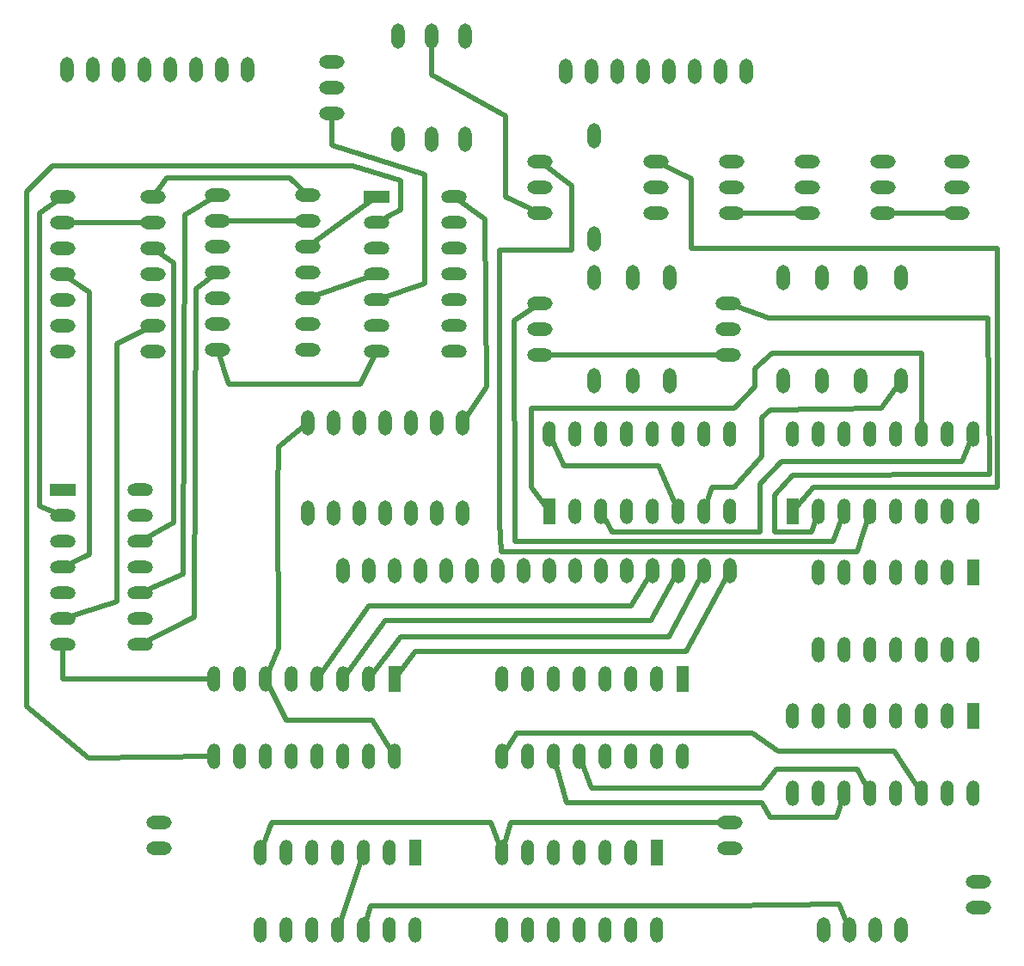
<source format=gbr>
G04 --- HEADER BEGIN --- *
G04 #@! TF.GenerationSoftware,LibrePCB,LibrePCB,1.0.0*
G04 #@! TF.CreationDate,2024-03-25T10:59:42*
G04 #@! TF.ProjectId,coco2 ps2 marriage,d66203e6-877b-4e41-8959-41fb69d6a211,v1*
G04 #@! TF.Part,Single*
G04 #@! TF.SameCoordinates*
G04 #@! TF.FileFunction,Copper,L1,Top*
G04 #@! TF.FilePolarity,Positive*
%FSLAX66Y66*%
%MOMM*%
G01*
G75*
G04 --- HEADER END --- *
G04 --- APERTURE LIST BEGIN --- *
G04 #@! TA.AperFunction,ComponentPad*
%ADD10O,1.27X2.54*%
%ADD11R,1.27X2.54*%
%ADD12O,1.3X2.5*%
%ADD13O,2.5X1.3*%
%ADD14O,2.54X1.27*%
%ADD15R,2.54X1.27*%
G04 #@! TA.AperFunction,Conductor*
%ADD16C,0.5*%
G04 #@! TD*
G04 --- APERTURE LIST END --- *
G04 --- BOARD BEGIN --- *
D10*
G04 #@! TO.N,N14*
G04 #@! TO.C,U4*
G04 #@! TO.P,U4,6,QG*
X55086250Y25241250D03*
G04 #@! TO.N,N81*
G04 #@! TO.P,U4,16,VCC*
X67786250Y17621250D03*
G04 #@! TO.P,U4,10,SRCLR*
X52546250Y17621250D03*
D11*
G04 #@! TO.N,N49*
G04 #@! TO.P,U4,1,QB*
X67786250Y25241250D03*
D10*
G04 #@! TO.N,N50*
G04 #@! TO.P,U4,7,QH*
X52546250Y25241250D03*
G04 #@! TO.N,N41*
G04 #@! TO.P,U4,3,QD*
X62706250Y25241250D03*
G04 #@! TO.N,N46*
G04 #@! TO.P,U4,2,QC*
X65246250Y25241250D03*
G04 #@! TO.N,N2*
G04 #@! TO.P,U4,14,Data*
X62706250Y17621250D03*
G04 #@! TO.N,N77*
G04 #@! TO.P,U4,8,GND*
X50006250Y25241250D03*
G04 #@! TO.N,N53*
G04 #@! TO.P,U4,13,OE*
X60166250Y17621250D03*
G04 #@! TO.N,N/C*
G04 #@! TO.P,U4,15,QA*
X65246250Y17621250D03*
G04 #@! TO.N,N48*
G04 #@! TO.P,U4,5,QF*
X57626250Y25241250D03*
G04 #@! TO.N,N47*
G04 #@! TO.P,U4,12,RCLK*
X57626250Y17621250D03*
G04 #@! TO.N,N89*
G04 #@! TO.P,U4,4,QE*
X60166250Y25241250D03*
G04 #@! TO.N,N29*
G04 #@! TO.P,U4,11,SRCLK*
X55086250Y17621250D03*
G04 #@! TO.N,N33*
G04 #@! TO.P,U4,9,QHs*
X50006250Y17621250D03*
D12*
G04 #@! TO.N,N71*
G04 #@! TO.C,J3*
G04 #@! TO.P,J3,6,6*
X68897500Y85090000D03*
G04 #@! TO.N,N32*
G04 #@! TO.P,J3,7,7*
X71437500Y85090000D03*
G04 #@! TO.N,N36*
G04 #@! TO.P,J3,3,3*
X61277500Y85090000D03*
G04 #@! TO.N,N76*
G04 #@! TO.P,J3,8,8*
X73977500Y85090000D03*
G04 #@! TO.N,N4*
G04 #@! TO.P,J3,5,5*
X66357500Y85090000D03*
G04 #@! TO.N,N52*
G04 #@! TO.P,J3,1,1*
X56197500Y85090000D03*
G04 #@! TO.N,N55*
G04 #@! TO.P,J3,2,2*
X58737500Y85090000D03*
G04 #@! TO.N,N58*
G04 #@! TO.P,J3,4,4*
X63817500Y85090000D03*
D10*
G04 #@! TO.N,N81*
G04 #@! TO.C,U6*
G04 #@! TO.P,U6,10,2PRE_N*
X31273750Y476250D03*
G04 #@! TO.N,N28*
G04 #@! TO.P,U6,2,1D*
X38893750Y8096250D03*
G04 #@! TO.N,N21*
G04 #@! TO.P,U6,11,2CLK*
X33813750Y476250D03*
G04 #@! TO.N,N81*
G04 #@! TO.P,U6,13,2RST_N*
X38893750Y476250D03*
G04 #@! TO.N,N/C*
G04 #@! TO.P,U6,6,1Q_N*
X28733750Y8096250D03*
G04 #@! TO.N,N60*
G04 #@! TO.P,U6,12,2D*
X36353750Y476250D03*
G04 #@! TO.N,N77*
G04 #@! TO.P,U6,7,GND*
X26193750Y8096250D03*
G04 #@! TO.N,N28*
G04 #@! TO.P,U6,9,2Q*
X28733750Y476250D03*
G04 #@! TO.N,N81*
G04 #@! TO.P,U6,14,VCC*
X41433750Y476250D03*
D11*
G04 #@! TO.P,U6,1,1RST_N*
X41433750Y8096250D03*
D10*
G04 #@! TO.N,N2*
G04 #@! TO.P,U6,5,1Q*
X31273750Y8096250D03*
G04 #@! TO.N,N21*
G04 #@! TO.P,U6,3,1CLK*
X36353750Y8096250D03*
G04 #@! TO.N,N81*
G04 #@! TO.P,U6,4,1PRE_N*
X33813750Y8096250D03*
G04 #@! TO.N,N/C*
G04 #@! TO.P,U6,8,2Q_N*
X26193750Y476250D03*
D13*
G04 #@! TO.N,N3*
G04 #@! TO.C,U10*
G04 #@! TO.P,U10,9,4B*
X30797500Y60166250D03*
G04 #@! TO.N,N34*
G04 #@! TO.P,U10,2,1B*
X21907500Y70326250D03*
G04 #@! TO.N,N57*
G04 #@! TO.P,U10,10,4A*
X30797500Y62706250D03*
G04 #@! TO.N,N85*
G04 #@! TO.P,U10,12,3B*
X30797500Y67786250D03*
G04 #@! TO.N,N1*
G04 #@! TO.P,U10,1,1A*
X21907500Y72866250D03*
G04 #@! TO.N,N25*
G04 #@! TO.P,U10,11,3Y*
X30797500Y65246250D03*
G04 #@! TO.N,N30*
G04 #@! TO.P,U10,6,2Y*
X21907500Y60166250D03*
G04 #@! TO.N,N25*
G04 #@! TO.P,U10,8,4Y*
X30797500Y57626250D03*
G04 #@! TO.N,N81*
G04 #@! TO.P,U10,14,VCC*
X30797500Y72866250D03*
G04 #@! TO.N,N34*
G04 #@! TO.P,U10,13,3A*
X30797500Y70326250D03*
G04 #@! TO.N,N77*
G04 #@! TO.P,U10,7,GND*
X21907500Y57626250D03*
G04 #@! TO.N,N26*
G04 #@! TO.P,U10,3,1Y*
X21907500Y67786250D03*
G04 #@! TO.N,N34*
G04 #@! TO.P,U10,5,2B*
X21907500Y62706250D03*
G04 #@! TO.N,N59*
G04 #@! TO.P,U10,4,2A*
X21907500Y65246250D03*
G04 #@! TO.N,N63*
G04 #@! TO.C,Q4*
G04 #@! TO.P,Q4,3,3*
X33178750Y86042500D03*
G04 #@! TO.N,N76*
G04 #@! TO.P,Q4,1,1*
X33178750Y80962500D03*
G04 #@! TO.N,N82*
G04 #@! TO.P,Q4,2,2*
X33178750Y83502500D03*
D12*
G04 #@! TO.N,N65*
G04 #@! TO.C,R6*
G04 #@! TO.P,R6,2,2*
X77628750Y54610000D03*
G04 #@! TO.N,N70*
G04 #@! TO.P,R6,1,1*
X77628750Y64770000D03*
D10*
G04 #@! TO.N,N/C*
G04 #@! TO.C,U7*
G04 #@! TO.P,U7,6,W*
X91281250Y41751250D03*
G04 #@! TO.N,N81*
G04 #@! TO.P,U7,16,VCC*
X78581250Y49371250D03*
G04 #@! TO.N,N17*
G04 #@! TO.P,U7,10,B*
X93821250Y49371250D03*
D11*
G04 #@! TO.N,N58*
G04 #@! TO.P,U7,1,D3*
X78581250Y41751250D03*
D10*
G04 #@! TO.N,N77*
G04 #@! TO.P,U7,7,S_(Strobe)*
X93821250Y41751250D03*
G04 #@! TO.N,N55*
G04 #@! TO.P,U7,3,D1*
X83661250Y41751250D03*
G04 #@! TO.N,N36*
G04 #@! TO.P,U7,2,D2*
X81121250Y41751250D03*
G04 #@! TO.N,N71*
G04 #@! TO.P,U7,14,D5*
X83661250Y49371250D03*
G04 #@! TO.N,N77*
G04 #@! TO.P,U7,8,GND*
X96361250Y41751250D03*
G04 #@! TO.N,N32*
G04 #@! TO.P,U7,13,D6*
X86201250Y49371250D03*
G04 #@! TO.N,N4*
G04 #@! TO.P,U7,15,D4*
X81121250Y49371250D03*
G04 #@! TO.N,N62*
G04 #@! TO.P,U7,5,Y*
X88741250Y41751250D03*
G04 #@! TO.N,N76*
G04 #@! TO.P,U7,12,D7*
X88741250Y49371250D03*
G04 #@! TO.N,N52*
G04 #@! TO.P,U7,4,D0*
X86201250Y41751250D03*
G04 #@! TO.N,N83*
G04 #@! TO.P,U7,11,A*
X91281250Y49371250D03*
G04 #@! TO.N,N73*
G04 #@! TO.P,U7,9,C*
X96361250Y49371250D03*
D13*
G04 #@! TO.N,N27*
G04 #@! TO.C,U12*
G04 #@! TO.P,U12,9,4B*
X15557500Y60007500D03*
G04 #@! TO.N,N34*
G04 #@! TO.P,U12,2,1B*
X6667500Y70167500D03*
G04 #@! TO.P,U12,10,4A*
X15557500Y62547500D03*
G04 #@! TO.N,N5*
G04 #@! TO.P,U12,12,3B*
X15557500Y67627500D03*
G04 #@! TO.N,N24*
G04 #@! TO.P,U12,1,1A*
X6667500Y72707500D03*
G04 #@! TO.N,N54*
G04 #@! TO.P,U12,11,3Y*
X15557500Y65087500D03*
G04 #@! TO.N,N42*
G04 #@! TO.P,U12,6,2Y*
X6667500Y60007500D03*
G04 #@! TO.N,N23*
G04 #@! TO.P,U12,8,4Y*
X15557500Y57467500D03*
G04 #@! TO.N,N81*
G04 #@! TO.P,U12,14,VCC*
X15557500Y72707500D03*
G04 #@! TO.N,N34*
G04 #@! TO.P,U12,13,3A*
X15557500Y70167500D03*
G04 #@! TO.N,N77*
G04 #@! TO.P,U12,7,GND*
X6667500Y57467500D03*
G04 #@! TO.N,N86*
G04 #@! TO.P,U12,3,1Y*
X6667500Y67627500D03*
G04 #@! TO.N,N34*
G04 #@! TO.P,U12,5,2B*
X6667500Y62547500D03*
G04 #@! TO.N,N9*
G04 #@! TO.P,U12,4,2A*
X6667500Y65087500D03*
G04 #@! TO.N,N81*
G04 #@! TO.C,J1*
G04 #@! TO.P,J1,2,2*
X16192500Y8572500D03*
G04 #@! TO.N,N77*
G04 #@! TO.P,J1,1,1*
X16192500Y11112500D03*
D12*
G04 #@! TO.C,J4*
G04 #@! TO.P,J4,4,4*
X81597500Y476250D03*
G04 #@! TO.N,N8*
G04 #@! TO.P,J4,2,2*
X86677500Y476250D03*
G04 #@! TO.N,N60*
G04 #@! TO.P,J4,3,3*
X84137500Y476250D03*
G04 #@! TO.N,N81*
G04 #@! TO.P,J4,1,1*
X89217500Y476250D03*
D13*
G04 #@! TO.N,N68*
G04 #@! TO.C,Q1*
G04 #@! TO.P,Q1,3,3*
X53657500Y71120000D03*
G04 #@! TO.N,N52*
G04 #@! TO.P,Q1,1,1*
X53657500Y76200000D03*
G04 #@! TO.N,N61*
G04 #@! TO.P,Q1,2,2*
X53657500Y73660000D03*
D12*
G04 #@! TO.N,N35*
G04 #@! TO.C,R2*
G04 #@! TO.P,R2,2,2*
X46355000Y78422500D03*
G04 #@! TO.N,N82*
G04 #@! TO.P,R2,1,1*
X46355000Y88582500D03*
D13*
G04 #@! TO.N,N68*
G04 #@! TO.C,Q6*
G04 #@! TO.P,Q6,3,3*
X65087500Y71120000D03*
G04 #@! TO.N,N58*
G04 #@! TO.P,Q6,1,1*
X65087500Y76200000D03*
G04 #@! TO.N,N74*
G04 #@! TO.P,Q6,2,2*
X65087500Y73660000D03*
D12*
G04 #@! TO.N,N80*
G04 #@! TO.C,R11*
G04 #@! TO.P,R11,2,2*
X59055000Y68580000D03*
G04 #@! TO.N,N61*
G04 #@! TO.P,R11,1,1*
X59055000Y78740000D03*
D14*
G04 #@! TO.N,N34*
G04 #@! TO.C,U8*
G04 #@! TO.P,U8,10,3Y*
X45243750Y62547500D03*
G04 #@! TO.N,N40*
G04 #@! TO.P,U8,2,1A*
X37623750Y70167500D03*
G04 #@! TO.N,N3*
G04 #@! TO.P,U8,11,4A*
X45243750Y65087500D03*
G04 #@! TO.N,N35*
G04 #@! TO.P,U8,13,4Y*
X45243750Y70167500D03*
G04 #@! TO.N,N76*
G04 #@! TO.P,U8,6,2B*
X37623750Y60007500D03*
G04 #@! TO.N,N3*
G04 #@! TO.P,U8,12,4B*
X45243750Y67627500D03*
G04 #@! TO.N,N77*
G04 #@! TO.P,U8,7,GND*
X37623750Y57467500D03*
G04 #@! TO.N,N62*
G04 #@! TO.P,U8,9,3B*
X45243750Y60007500D03*
G04 #@! TO.N,N81*
G04 #@! TO.P,U8,14,VCC*
X45243750Y72707500D03*
D15*
G04 #@! TO.N,N85*
G04 #@! TO.P,U8,1,1Y*
X37623750Y72707500D03*
D14*
G04 #@! TO.N,N76*
G04 #@! TO.P,U8,5,2A*
X37623750Y62547500D03*
G04 #@! TO.N,N40*
G04 #@! TO.P,U8,3,1B*
X37623750Y67627500D03*
G04 #@! TO.N,N57*
G04 #@! TO.P,U8,4,2Y*
X37623750Y65087500D03*
G04 #@! TO.N,N44*
G04 #@! TO.P,U8,8,3A*
X45243750Y57467500D03*
D10*
G04 #@! TO.N,N10*
G04 #@! TO.C,U5*
G04 #@! TO.P,U5,6,QG*
X83661250Y21590000D03*
G04 #@! TO.N,N81*
G04 #@! TO.P,U5,16,VCC*
X96361250Y13970000D03*
G04 #@! TO.P,U5,10,SRCLR*
X81121250Y13970000D03*
D11*
G04 #@! TO.N,N/C*
G04 #@! TO.P,U5,1,QB*
X96361250Y21590000D03*
D10*
G04 #@! TO.P,U5,7,QH*
X81121250Y21590000D03*
G04 #@! TO.N,N12*
G04 #@! TO.P,U5,3,QD*
X91281250Y21590000D03*
G04 #@! TO.N,N/C*
G04 #@! TO.P,U5,2,QC*
X93821250Y21590000D03*
G04 #@! TO.N,N33*
G04 #@! TO.P,U5,14,Data*
X91281250Y13970000D03*
G04 #@! TO.N,N77*
G04 #@! TO.P,U5,8,GND*
X78581250Y21590000D03*
G04 #@! TO.P,U5,13,OE*
X88741250Y13970000D03*
G04 #@! TO.N,N/C*
G04 #@! TO.P,U5,15,QA*
X93821250Y13970000D03*
G04 #@! TO.N,N13*
G04 #@! TO.P,U5,5,QF*
X86201250Y21590000D03*
G04 #@! TO.N,N47*
G04 #@! TO.P,U5,12,RCLK*
X86201250Y13970000D03*
G04 #@! TO.N,N11*
G04 #@! TO.P,U5,4,QE*
X88741250Y21590000D03*
G04 #@! TO.N,N29*
G04 #@! TO.P,U5,11,SRCLK*
X83661250Y13970000D03*
G04 #@! TO.N,N/C*
G04 #@! TO.P,U5,9,QHs*
X78581250Y13970000D03*
D13*
G04 #@! TO.N,N68*
G04 #@! TO.C,Q5*
G04 #@! TO.P,Q5,3,3*
X80010000Y71120000D03*
G04 #@! TO.N,N71*
G04 #@! TO.P,Q5,1,1*
X80010000Y76200000D03*
G04 #@! TO.N,N79*
G04 #@! TO.P,Q5,2,2*
X80010000Y73660000D03*
D12*
G04 #@! TO.N,N51*
G04 #@! TO.C,J6*
G04 #@! TO.P,J6,2,2*
X69850000Y35877500D03*
G04 #@! TO.N,N49*
G04 #@! TO.P,J6,9,9*
X52070000Y35877500D03*
G04 #@! TO.N,N18*
G04 #@! TO.P,J6,3,3*
X67310000Y35877500D03*
G04 #@! TO.N,N17*
G04 #@! TO.P,J6,6,6*
X59690000Y35877500D03*
G04 #@! TO.N,N48*
G04 #@! TO.P,J6,13,13*
X41910000Y35877500D03*
G04 #@! TO.N,N73*
G04 #@! TO.P,J6,7,7*
X57150000Y35877500D03*
G04 #@! TO.N,N44*
G04 #@! TO.P,J6,8,8*
X54610000Y35877500D03*
G04 #@! TO.N,N83*
G04 #@! TO.P,J6,5,5*
X62230000Y35877500D03*
G04 #@! TO.N,N41*
G04 #@! TO.P,J6,11,11*
X46990000Y35877500D03*
G04 #@! TO.N,N89*
G04 #@! TO.P,J6,12,12*
X44450000Y35877500D03*
G04 #@! TO.N,N14*
G04 #@! TO.P,J6,14,14*
X39370000Y35877500D03*
G04 #@! TO.N,N46*
G04 #@! TO.P,J6,10,10*
X49530000Y35877500D03*
G04 #@! TO.N,N31*
G04 #@! TO.P,J6,1,1*
X72390000Y35877500D03*
G04 #@! TO.N,N66*
G04 #@! TO.P,J6,4,4*
X64770000Y35877500D03*
G04 #@! TO.N,N50*
G04 #@! TO.P,J6,15,15*
X36830000Y35877500D03*
G04 #@! TO.N,N3*
G04 #@! TO.P,J6,16,16*
X34290000Y35877500D03*
D13*
G04 #@! TO.N,N68*
G04 #@! TO.C,Q2*
G04 #@! TO.P,Q2,3,3*
X87471250Y71120000D03*
G04 #@! TO.N,N32*
G04 #@! TO.P,Q2,1,1*
X87471250Y76200000D03*
G04 #@! TO.N,N37*
G04 #@! TO.P,Q2,2,2*
X87471250Y73660000D03*
D12*
G04 #@! TO.N,N78*
G04 #@! TO.C,R3*
G04 #@! TO.P,R3,2,2*
X89217500Y54610000D03*
G04 #@! TO.N,N22*
G04 #@! TO.P,R3,1,1*
X89217500Y64770000D03*
G04 #@! TO.N,N14*
G04 #@! TO.C,RA1*
G04 #@! TO.P,RA1,9,6Y*
X33337500Y41592500D03*
G04 #@! TO.N,N81*
G04 #@! TO.P,RA1,2,2X*
X43497500Y50482500D03*
G04 #@! TO.N,N48*
G04 #@! TO.P,RA1,10,5Y*
X35877500Y41592500D03*
G04 #@! TO.N,N41*
G04 #@! TO.P,RA1,12,3Y*
X40957500Y41592500D03*
G04 #@! TO.N,N81*
G04 #@! TO.P,RA1,1,1X*
X46037500Y50482500D03*
G04 #@! TO.N,N89*
G04 #@! TO.P,RA1,11,4Y*
X38417500Y41592500D03*
G04 #@! TO.N,N81*
G04 #@! TO.P,RA1,6,6X*
X33337500Y50482500D03*
G04 #@! TO.N,N50*
G04 #@! TO.P,RA1,8,7Y*
X30797500Y41592500D03*
G04 #@! TO.N,N49*
G04 #@! TO.P,RA1,14,1Y*
X46037500Y41592500D03*
G04 #@! TO.N,N46*
G04 #@! TO.P,RA1,13,2Y*
X43497500Y41592500D03*
G04 #@! TO.N,N81*
G04 #@! TO.P,RA1,7,7X*
X30797500Y50482500D03*
G04 #@! TO.P,RA1,3,3X*
X40957500Y50482500D03*
G04 #@! TO.P,RA1,5,5X*
X35877500Y50482500D03*
G04 #@! TO.P,RA1,4,4X*
X38417500Y50482500D03*
D13*
G04 #@! TO.N,N68*
G04 #@! TO.C,Q3*
G04 #@! TO.P,Q3,3,3*
X94773750Y71120000D03*
G04 #@! TO.N,N76*
G04 #@! TO.P,Q3,1,1*
X94773750Y76200000D03*
G04 #@! TO.N,N22*
G04 #@! TO.P,Q3,2,2*
X94773750Y73660000D03*
D12*
G04 #@! TO.N,N26*
G04 #@! TO.C,J5*
G04 #@! TO.P,J5,6,6*
X19843750Y85248750D03*
G04 #@! TO.N,N30*
G04 #@! TO.P,J5,7,7*
X22383750Y85248750D03*
G04 #@! TO.N,N/C*
G04 #@! TO.P,J5,3,3*
X12223750Y85248750D03*
G04 #@! TO.N,N25*
G04 #@! TO.P,J5,8,8*
X24923750Y85248750D03*
G04 #@! TO.N,N54*
G04 #@! TO.P,J5,5,5*
X17303750Y85248750D03*
G04 #@! TO.N,N86*
G04 #@! TO.P,J5,1,1*
X7143750Y85248750D03*
G04 #@! TO.N,N42*
G04 #@! TO.P,J5,2,2*
X9683750Y85248750D03*
G04 #@! TO.N,N23*
G04 #@! TO.P,J5,4,4*
X14763750Y85248750D03*
D13*
G04 #@! TO.N,N68*
G04 #@! TO.C,Q9*
G04 #@! TO.P,Q9,3,3*
X72548750Y71120000D03*
G04 #@! TO.N,N4*
G04 #@! TO.P,Q9,1,1*
X72548750Y76200000D03*
G04 #@! TO.N,N70*
G04 #@! TO.P,Q9,2,2*
X72548750Y73660000D03*
D12*
G04 #@! TO.N,N72*
G04 #@! TO.C,R5*
G04 #@! TO.P,R5,2,2*
X81438750Y54610000D03*
G04 #@! TO.N,N79*
G04 #@! TO.P,R5,1,1*
X81438750Y64770000D03*
G04 #@! TO.N,N81*
G04 #@! TO.C,R1*
G04 #@! TO.P,R1,2,2*
X39687500Y78422500D03*
G04 #@! TO.N,N63*
G04 #@! TO.P,R1,1,1*
X39687500Y88582500D03*
G04 #@! TO.N,N69*
G04 #@! TO.C,R9*
G04 #@! TO.P,R9,2,2*
X62865000Y54610000D03*
G04 #@! TO.N,N56*
G04 #@! TO.P,R9,1,1*
X62865000Y64770000D03*
D14*
G04 #@! TO.N,N1*
G04 #@! TO.C,U9*
G04 #@! TO.P,U9,10,5Y*
X14287500Y33655000D03*
G04 #@! TO.N,N24*
G04 #@! TO.P,U9,2,1Y*
X6667500Y41275000D03*
G04 #@! TO.N,N16*
G04 #@! TO.P,U9,11,5A*
X14287500Y36195000D03*
G04 #@! TO.N,N38*
G04 #@! TO.P,U9,13,6A*
X14287500Y41275000D03*
G04 #@! TO.N,N27*
G04 #@! TO.P,U9,6,3Y*
X6667500Y31115000D03*
G04 #@! TO.N,N5*
G04 #@! TO.P,U9,12,6Y*
X14287500Y38735000D03*
G04 #@! TO.N,N77*
G04 #@! TO.P,U9,7,GND*
X6667500Y28575000D03*
G04 #@! TO.N,N19*
G04 #@! TO.P,U9,9,4A*
X14287500Y31115000D03*
G04 #@! TO.N,N81*
G04 #@! TO.P,U9,14,VCC*
X14287500Y43815000D03*
D15*
G04 #@! TO.N,N15*
G04 #@! TO.P,U9,1,1A*
X6667500Y43815000D03*
D14*
G04 #@! TO.N,N43*
G04 #@! TO.P,U9,5,3A*
X6667500Y33655000D03*
G04 #@! TO.N,N6*
G04 #@! TO.P,U9,3,2A*
X6667500Y38735000D03*
G04 #@! TO.N,N9*
G04 #@! TO.P,U9,4,2Y*
X6667500Y36195000D03*
G04 #@! TO.N,N59*
G04 #@! TO.P,U9,8,4Y*
X14287500Y28575000D03*
D13*
G04 #@! TO.N,N68*
G04 #@! TO.C,Q8*
G04 #@! TO.P,Q8,3,3*
X53657500Y57150000D03*
G04 #@! TO.N,N55*
G04 #@! TO.P,Q8,1,1*
X53657500Y62230000D03*
G04 #@! TO.N,N39*
G04 #@! TO.P,Q8,2,2*
X53657500Y59690000D03*
G04 #@! TO.N,N81*
G04 #@! TO.C,J2*
G04 #@! TO.P,J2,2,2*
X96837500Y2698750D03*
G04 #@! TO.N,N77*
G04 #@! TO.P,J2,1,1*
X96837500Y5238750D03*
D12*
G04 #@! TO.N,N20*
G04 #@! TO.C,R4*
G04 #@! TO.P,R4,2,2*
X85248750Y54610000D03*
G04 #@! TO.N,N37*
G04 #@! TO.P,R4,1,1*
X85248750Y64770000D03*
G04 #@! TO.N,N67*
G04 #@! TO.C,R8*
G04 #@! TO.P,R8,2,2*
X66516250Y54610000D03*
G04 #@! TO.N,N74*
G04 #@! TO.P,R8,1,1*
X66516250Y64770000D03*
D10*
G04 #@! TO.N,N/C*
G04 #@! TO.C,U1*
G04 #@! TO.P,U1,10,5Y*
X55086250Y476250D03*
G04 #@! TO.N,N21*
G04 #@! TO.P,U1,2,1Y*
X62706250Y8096250D03*
G04 #@! TO.N,N77*
G04 #@! TO.P,U1,11,5A*
X57626250Y476250D03*
G04 #@! TO.N,N21*
G04 #@! TO.P,U1,13,6A*
X62706250Y476250D03*
G04 #@! TO.N,N29*
G04 #@! TO.P,U1,6,3Y*
X52546250Y8096250D03*
G04 #@! TO.N,N7*
G04 #@! TO.P,U1,12,6Y*
X60166250Y476250D03*
G04 #@! TO.N,N77*
G04 #@! TO.P,U1,7,GND*
X50006250Y8096250D03*
G04 #@! TO.P,U1,9,4A*
X52546250Y476250D03*
G04 #@! TO.N,N81*
G04 #@! TO.P,U1,14,VCC*
X65246250Y476250D03*
D11*
G04 #@! TO.N,N8*
G04 #@! TO.P,U1,1,1A*
X65246250Y8096250D03*
D10*
G04 #@! TO.N,N47*
G04 #@! TO.P,U1,5,3A*
X55086250Y8096250D03*
G04 #@! TO.N,N7*
G04 #@! TO.P,U1,3,2A*
X60166250Y8096250D03*
G04 #@! TO.N,N47*
G04 #@! TO.P,U1,4,2Y*
X57626250Y8096250D03*
G04 #@! TO.N,N/C*
G04 #@! TO.P,U1,8,4Y*
X50006250Y476250D03*
D12*
G04 #@! TO.N,N45*
G04 #@! TO.C,R10*
G04 #@! TO.P,R10,2,2*
X59055000Y54610000D03*
G04 #@! TO.N,N39*
G04 #@! TO.P,R10,1,1*
X59055000Y64770000D03*
G04 #@! TO.N,N81*
G04 #@! TO.C,R7*
G04 #@! TO.P,R7,2,2*
X43021250Y78422500D03*
G04 #@! TO.N,N68*
G04 #@! TO.P,R7,1,1*
X43021250Y88582500D03*
D10*
G04 #@! TO.N,N81*
G04 #@! TO.C,U3*
G04 #@! TO.P,U3,6,E3*
X26670000Y25241250D03*
G04 #@! TO.P,U3,16,VCC*
X39370000Y17621250D03*
G04 #@! TO.N,N19*
G04 #@! TO.P,U3,10,O5_N*
X24130000Y17621250D03*
D11*
G04 #@! TO.N,N31*
G04 #@! TO.P,U3,1,A*
X39370000Y25241250D03*
D10*
G04 #@! TO.N,N/C*
G04 #@! TO.P,U3,7,O7_N*
X24130000Y25241250D03*
G04 #@! TO.N,N18*
G04 #@! TO.P,U3,3,C*
X34290000Y25241250D03*
G04 #@! TO.N,N51*
G04 #@! TO.P,U3,2,B*
X36830000Y25241250D03*
G04 #@! TO.N,N6*
G04 #@! TO.P,U3,14,O1_N*
X34290000Y17621250D03*
G04 #@! TO.N,N77*
G04 #@! TO.P,U3,8,GND*
X21590000Y25241250D03*
G04 #@! TO.N,N43*
G04 #@! TO.P,U3,13,O2_N*
X31750000Y17621250D03*
G04 #@! TO.N,N15*
G04 #@! TO.P,U3,15,O0_N*
X36830000Y17621250D03*
G04 #@! TO.N,N66*
G04 #@! TO.P,U3,5,E2*
X29210000Y25241250D03*
G04 #@! TO.N,N38*
G04 #@! TO.P,U3,12,O3_N*
X29210000Y17621250D03*
G04 #@! TO.N,N66*
G04 #@! TO.P,U3,4,E1*
X31750000Y25241250D03*
G04 #@! TO.N,N16*
G04 #@! TO.P,U3,11,O4_N*
X26670000Y17621250D03*
G04 #@! TO.N,N40*
G04 #@! TO.P,U3,9,O6_N*
X21590000Y17621250D03*
D13*
G04 #@! TO.N,N68*
G04 #@! TO.C,Q7*
G04 #@! TO.P,Q7,3,3*
X72231250Y57150000D03*
G04 #@! TO.N,N36*
G04 #@! TO.P,Q7,1,1*
X72231250Y62230000D03*
G04 #@! TO.N,N56*
G04 #@! TO.P,Q7,2,2*
X72231250Y59690000D03*
G04 #@! TO.N,N81*
G04 #@! TO.C,J7*
G04 #@! TO.P,J7,2,2*
X72390000Y8572500D03*
G04 #@! TO.N,N77*
G04 #@! TO.P,J7,1,1*
X72390000Y11112500D03*
D10*
G04 #@! TO.N,N13*
G04 #@! TO.C,U11*
G04 #@! TO.P,U11,10,2B*
X86201250Y28098750D03*
G04 #@! TO.N,N77*
G04 #@! TO.P,U11,2,1B*
X93821250Y35718750D03*
G04 #@! TO.N,N/C*
G04 #@! TO.P,U11,11*
X88741250Y28098750D03*
G04 #@! TO.N,N12*
G04 #@! TO.P,U11,13,2D*
X93821250Y28098750D03*
G04 #@! TO.N,N/C*
G04 #@! TO.P,U11,6,1Y*
X83661250Y35718750D03*
G04 #@! TO.N,N11*
G04 #@! TO.P,U11,12,2C*
X91281250Y28098750D03*
G04 #@! TO.N,N77*
G04 #@! TO.P,U11,7,GND*
X81121250Y35718750D03*
G04 #@! TO.N,N10*
G04 #@! TO.P,U11,9,2A*
X83661250Y28098750D03*
G04 #@! TO.N,N81*
G04 #@! TO.P,U11,14,VCC*
X96361250Y28098750D03*
D11*
G04 #@! TO.N,N77*
G04 #@! TO.P,U11,1,1A*
X96361250Y35718750D03*
D10*
G04 #@! TO.P,U11,5,1D*
X86201250Y35718750D03*
G04 #@! TO.N,N/C*
G04 #@! TO.P,U11,3*
X91281250Y35718750D03*
G04 #@! TO.N,N77*
G04 #@! TO.P,U11,4,1C*
X88741250Y35718750D03*
G04 #@! TO.N,N53*
G04 #@! TO.P,U11,8,2Y*
X81121250Y28098750D03*
G04 #@! TO.N,N81*
G04 #@! TO.C,U2*
G04 #@! TO.P,U2,6,E3*
X67310000Y41751250D03*
G04 #@! TO.P,U2,16,VCC*
X54610000Y49371250D03*
G04 #@! TO.N,N72*
G04 #@! TO.P,U2,10,O5_N*
X69850000Y49371250D03*
D11*
G04 #@! TO.N,N83*
G04 #@! TO.P,U2,1,A*
X54610000Y41751250D03*
D10*
G04 #@! TO.N,N78*
G04 #@! TO.P,U2,7,O7_N*
X69850000Y41751250D03*
G04 #@! TO.N,N73*
G04 #@! TO.P,U2,3,C*
X59690000Y41751250D03*
G04 #@! TO.N,N17*
G04 #@! TO.P,U2,2,B*
X57150000Y41751250D03*
G04 #@! TO.N,N45*
G04 #@! TO.P,U2,14,O1_N*
X59690000Y49371250D03*
G04 #@! TO.N,N77*
G04 #@! TO.P,U2,8,GND*
X72390000Y41751250D03*
G04 #@! TO.N,N69*
G04 #@! TO.P,U2,13,O2_N*
X62230000Y49371250D03*
G04 #@! TO.N,N80*
G04 #@! TO.P,U2,15,O0_N*
X57150000Y49371250D03*
G04 #@! TO.N,N66*
G04 #@! TO.P,U2,5,E2*
X64770000Y41751250D03*
G04 #@! TO.N,N67*
G04 #@! TO.P,U2,12,O3_N*
X64770000Y49371250D03*
G04 #@! TO.N,N66*
G04 #@! TO.P,U2,4,E1*
X62230000Y41751250D03*
G04 #@! TO.N,N65*
G04 #@! TO.P,U2,11,O4_N*
X67310000Y49371250D03*
G04 #@! TO.N,N20*
G04 #@! TO.P,U2,9,O6_N*
X72390000Y49371250D03*
D16*
G04 #@! TD.C*
G04 #@! TD.P*
G04 #@! TO.N,N85*
X30797500Y67786250D02*
X37623750Y72707500D01*
G04 #@! TO.N,N34*
X15557500Y70167500D02*
X6667500Y70167500D01*
X22066250Y70326250D02*
X30797500Y70326250D01*
X22066250Y70326250D02*
X21907500Y70326250D01*
G04 #@! TO.N,N66*
X36830000Y32385000D02*
X62706250Y32385000D01*
X62706250Y32385000D02*
X64770000Y35877500D01*
X31750000Y25241250D02*
X36830000Y32385000D01*
G04 #@! TO.N,N83*
X72866257Y51912180D02*
X52863750Y51911250D01*
X72866257Y51912180D02*
X74883430Y53974712D01*
X52863750Y44132500D02*
X52863750Y51911250D01*
X54610000Y41751250D02*
X52863750Y44132500D01*
X91281250Y49371250D02*
X91281250Y49371250D01*
X91279850Y57299835D02*
X76517500Y57308750D01*
X91281250Y49371250D02*
X91281250Y49371250D01*
X91281250Y51593750D02*
X91281250Y49371250D01*
X74883430Y53974712D02*
X74872298Y55777254D01*
X91279850Y57299835D02*
X91281250Y51593750D01*
X74872298Y55777254D02*
X76517500Y57308750D01*
G04 #@! TO.N,N18*
X64611250Y30956250D02*
X67310000Y35877500D01*
X38417500Y30956250D02*
X64611250Y30956250D01*
X34290000Y25241250D02*
X38417500Y30956250D01*
G04 #@! TO.N,N29*
X76358750Y11588750D02*
X75565000Y13017500D01*
X83661250Y13970000D02*
X82867500Y11588750D01*
X56356250Y13017500D02*
X75565000Y13017500D01*
X55086250Y17621250D02*
X56356250Y13017500D01*
X82867500Y11588750D02*
X76358750Y11588750D01*
G04 #@! TO.N,N31*
X41433750Y27940000D02*
X68103750Y27940000D01*
X39370000Y25241250D02*
X41433750Y27940000D01*
X68103750Y27940000D02*
X72390000Y35877500D01*
G04 #@! TO.N,N78*
X75565000Y47148750D02*
X72866250Y44132500D01*
X72866250Y44132500D02*
X70643750Y44132500D01*
X76358750Y51752500D02*
X75565000Y50958750D01*
X87312500Y51911250D02*
X76358750Y51752500D01*
X69850000Y41751250D02*
X70643750Y44132500D01*
X89217500Y54610000D02*
X87312500Y51911250D01*
X75565000Y47148750D02*
X75565000Y50958750D01*
G04 #@! TO.N,N58*
X78581250Y41751250D02*
X80645000Y44132500D01*
X80645000Y44132500D02*
X98742500Y44132500D01*
X98742500Y67627500D02*
X98742500Y56038750D01*
X98742500Y56038750D02*
X98742500Y44132500D01*
X68580000Y74453750D02*
X68580000Y67627500D01*
X68580000Y67627500D02*
X98742500Y67627500D01*
X65087500Y76200000D02*
X68580000Y74453750D01*
G04 #@! TO.N,N81*
X27919094Y48100461D02*
X27880932Y43497843D01*
X39370000Y17621250D02*
X37147500Y21113750D01*
X48260000Y70485000D02*
X45243750Y72707500D01*
X28733750Y21113750D02*
X26670000Y25241250D01*
X29051250Y74612500D02*
X16986250Y74612500D01*
X27940000Y28257500D02*
X27880932Y43497843D01*
X46037500Y50482500D02*
X48418750Y53975000D01*
X37147500Y21113750D02*
X28733750Y21113750D01*
X48418750Y53975000D02*
X48260000Y70485000D01*
X56038750Y46196250D02*
X54610000Y49371250D01*
X27919094Y48100461D02*
X30797500Y50482500D01*
X16986250Y74612500D02*
X15557500Y72707500D01*
X45243750Y72707500D02*
X45243750Y72707500D01*
X65405000Y46196250D02*
X56038750Y46196250D01*
X26670000Y25241250D02*
X27940000Y28257500D01*
X30797500Y72866250D02*
X29051250Y74612500D01*
X67310000Y41751250D02*
X65405000Y46196250D01*
G04 #@! TO.N,N21*
X36353750Y8096250D02*
X33813750Y476250D01*
X36353750Y8096250D02*
X36353750Y8096250D01*
G04 #@! TO.N,N36*
X76835000Y43338750D02*
X76835000Y39687500D01*
X76200000Y60801250D02*
X97790000Y60801250D01*
X72231250Y62230000D02*
X76200000Y60801250D01*
X78581160Y45255685D02*
X97948750Y45402500D01*
X76835000Y39687500D02*
X80486250Y39687500D01*
X78581160Y45255685D02*
X76835000Y43338750D01*
X80486250Y39687500D02*
X81121250Y41751250D01*
X97790000Y60801250D02*
X97948750Y45402500D01*
G04 #@! TO.N,N73*
X60801250Y39687500D02*
X75406250Y39687500D01*
X59690000Y41751250D02*
X60801250Y39687500D01*
X75406250Y44450000D02*
X75406250Y39687500D01*
X77470000Y46672500D02*
X95250000Y46672500D01*
X96361250Y49371250D02*
X96361250Y49371250D01*
X77470000Y46672500D02*
X75406250Y44450000D01*
X95250000Y46672500D02*
X96361250Y49371250D01*
G04 #@! TO.N,N59*
X19685000Y31273750D02*
X19843750Y63658750D01*
X14287500Y28575000D02*
X19685000Y31273750D01*
X19843750Y63658750D02*
X21907500Y65246250D01*
G04 #@! TO.N,N27*
X6667500Y31115000D02*
X12065000Y32861250D01*
X12065000Y32861250D02*
X12065000Y48895000D01*
X12065000Y51752500D02*
X12065000Y58261250D01*
X12065000Y48895000D02*
X12065000Y51752500D01*
X12065000Y58261250D02*
X15557500Y60007500D01*
G04 #@! TO.N,N33*
X77152500Y18097500D02*
X74612500Y19843750D01*
X91281250Y13970000D02*
X88582500Y18097500D01*
X88582500Y18097500D02*
X77152500Y18097500D01*
X51435000Y19843750D02*
X50006250Y17621250D01*
X74612500Y19843750D02*
X51435000Y19843750D01*
G04 #@! TO.N,N60*
X71755000Y2857500D02*
X36988750Y2857500D01*
X84137500Y476250D02*
X83185000Y3016250D01*
X36353750Y476250D02*
X36988750Y2857500D01*
X83185000Y3016250D02*
X71755000Y2857500D01*
G04 #@! TO.N,N55*
X83661250Y41751250D02*
X82550000Y38735000D01*
X51276250Y38735000D02*
X51276250Y40798750D01*
X51276250Y40798750D02*
X51117500Y60483750D01*
X51117500Y60483750D02*
X53657500Y62230000D01*
X82550000Y38735000D02*
X51276250Y38735000D01*
G04 #@! TO.N,N24*
X4445000Y64452500D02*
X4445000Y71120000D01*
X6667500Y41275000D02*
X4445000Y42227500D01*
X4445000Y71120000D02*
X6667500Y72707500D01*
X4445000Y42227500D02*
X4445000Y64452500D01*
G04 #@! TO.N,N9*
X6667500Y36195000D02*
X9366250Y37465000D01*
X9366250Y63341250D02*
X6667500Y65087500D01*
X9366250Y63341250D02*
X9366250Y37465000D01*
G04 #@! TO.N,N51*
X36830000Y25241250D02*
X40005000Y29368750D01*
X66357500Y29368750D02*
X69850000Y35877500D01*
X40005000Y29368750D02*
X66357500Y29368750D01*
G04 #@! TO.N,N77*
X36036250Y54292500D02*
X23018750Y54292500D01*
X48895000Y11112500D02*
X50006250Y8096250D01*
X50006250Y8096250D02*
X50800000Y11112500D01*
X27305000Y11112500D02*
X48895000Y11112500D01*
X6667500Y25241250D02*
X6667500Y28575000D01*
X37623750Y57467500D02*
X36036250Y54292500D01*
X21590000Y25241250D02*
X6667500Y25241250D01*
X50800000Y11112500D02*
X72390000Y11112500D01*
X26193750Y8096250D02*
X27305000Y11112500D01*
X23018750Y54292500D02*
X21907500Y57626250D01*
X72390000Y11112500D02*
X72390000Y11112500D01*
X50006250Y8096250D02*
X50006250Y8096250D01*
G04 #@! TO.N,N44*
X45243750Y57467500D02*
X45243750Y57467500D01*
G04 #@! TO.N,N1*
X14287500Y33655000D02*
X18573750Y35560000D01*
X18732500Y70961250D02*
X21907500Y72866250D01*
X18573750Y35560000D02*
X18732500Y70961250D01*
G04 #@! TO.N,N40*
X9207500Y17462500D02*
X3175000Y22542500D01*
X5715000Y75723750D02*
X35242500Y75723750D01*
X40005000Y71437500D02*
X37623750Y70167500D01*
X9207500Y17462500D02*
X21590000Y17621250D01*
X3175000Y22542500D02*
X3175000Y73183750D01*
X35242500Y75723750D02*
X40005000Y74295000D01*
X40005000Y74295000D02*
X40005000Y71437500D01*
X5715000Y75723750D02*
X3175000Y73183750D01*
G04 #@! TO.N,N57*
X30797500Y62706250D02*
X37623750Y65087500D01*
G04 #@! TO.N,N52*
X84931250Y37782500D02*
X49847500Y37782500D01*
X53657500Y76200000D02*
X56832500Y73818750D01*
X49688750Y67468750D02*
X56832500Y67468750D01*
X86201250Y41751250D02*
X84931250Y37782500D01*
X49847500Y37782500D02*
X49688750Y40640000D01*
X49688750Y67468750D02*
X49688750Y40640000D01*
X56832500Y67468750D02*
X56832500Y73818750D01*
G04 #@! TO.N,N5*
X17621250Y66198750D02*
X15557500Y67627500D01*
X17621250Y42068750D02*
X17621250Y66198750D01*
X14287500Y38735000D02*
X17621250Y40640000D01*
X17621250Y40640000D02*
X17621250Y42068750D01*
G04 #@! TO.N,N47*
X76993750Y16351250D02*
X84931250Y16351250D01*
X57626250Y17621250D02*
X58737500Y14446250D01*
X58737500Y14446250D02*
X75565000Y14446250D01*
X84931250Y16351250D02*
X86201250Y13970000D01*
X57626250Y17621250D02*
X57626250Y17621250D01*
X75565000Y14446250D02*
X76993750Y16351250D01*
G04 #@! TO.N,N76*
X42386250Y74930000D02*
X33178750Y77787500D01*
X37623750Y62547500D02*
X42386250Y64135000D01*
X33178750Y77787500D02*
X33178750Y80962500D01*
X42386250Y64135000D02*
X42386250Y74930000D01*
G04 #@! TO.N,N68*
X68738750Y57150000D02*
X72231250Y57150000D01*
X94773750Y71120000D02*
X87471250Y71120000D01*
X87471250Y71120000D02*
X87471250Y71120000D01*
X56515000Y57150000D02*
X68738750Y57150000D01*
X50323750Y72707500D02*
X50323750Y80645000D01*
X50323750Y80645000D02*
X43021250Y84772500D01*
X80010000Y71120000D02*
X72548750Y71120000D01*
X43021250Y84772500D02*
X43021250Y88582500D01*
X53657500Y71120000D02*
X50323750Y72707500D01*
X53657500Y57150000D02*
X56515000Y57150000D01*
G04 --- BOARD END --- *
G04 #@! TF.MD5,86492e7d258d509b1b03c5fe5912747b*
M02*

</source>
